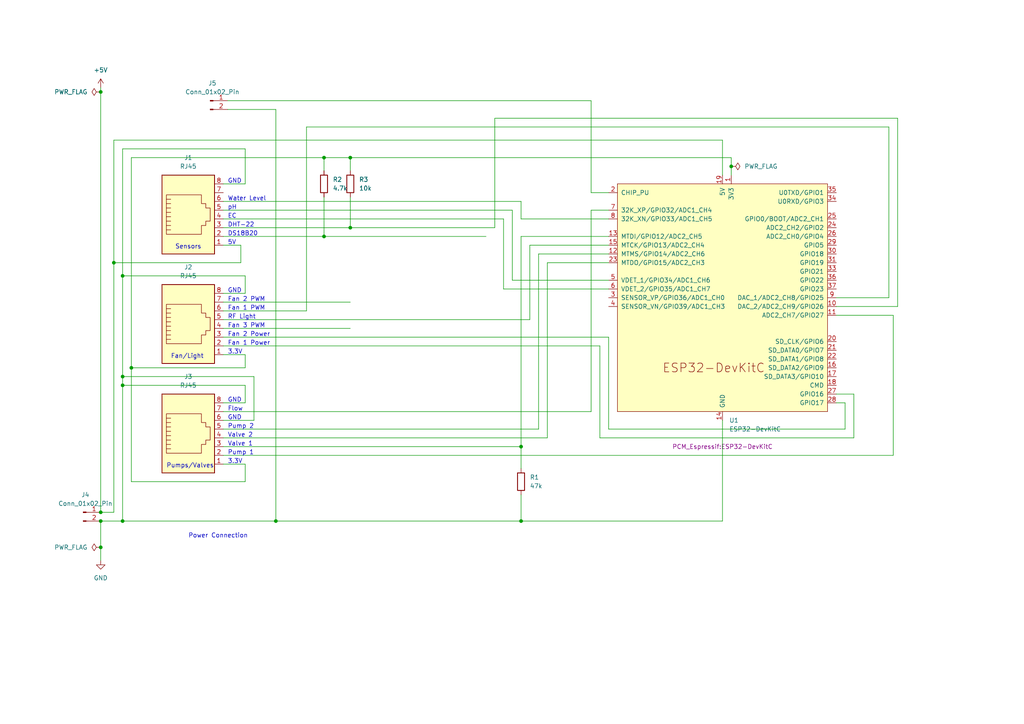
<source format=kicad_sch>
(kicad_sch (version 20230121) (generator eeschema)
  (paper "A4")
  (lib_symbols
    (symbol "Connector:Conn_01x02_Pin" (pin_names (offset 1.016) hide)
      (property "Reference" "J" (at 0 2.54 0))
      (property "Value" "Conn_01x02_Pin" (at 0 -5.08 0))
      (symbol "Conn_01x02_Pin_1_1"
        (polyline (pts (xy 1.27 -2.54) (xy 0.8636 -2.54)) (stroke (width 0.1524)))
        (polyline (pts (xy 1.27 0) (xy 0.8636 0)) (stroke (width 0.1524)))
        (rectangle (start 0.8636 -2.413) (end 0 -2.667) (stroke (width 0.1524)) (fill (type outline)))
        (rectangle (start 0.8636 0.127) (end 0 -0.127) (stroke (width 0.1524)) (fill (type outline)))
        (pin passive line (at 5.08 0 180) (length 3.81) (name "Pin_1") (number "1"))
        (pin passive line (at 5.08 -2.54 180) (length 3.81) (name "Pin_2") (number "2"))
      )
    )
    (symbol "Connector:RJ45" (pin_names (offset 1.016))
      (property "Reference" "J" (at -5.08 13.97 0))
      (property "Value" "RJ45" (at 2.54 13.97 0))
      (symbol "RJ45_0_1"
        (polyline (pts (xy -5.08 4.445) (xy -6.35 4.445)))
        (polyline (pts (xy -5.08 5.715) (xy -6.35 5.715)))
        (polyline (pts (xy -6.35 -3.175) (xy -5.08 -3.175) (xy -5.08 -3.175)))
        (polyline (pts (xy -6.35 -1.905) (xy -5.08 -1.905) (xy -5.08 -1.905)))
        (polyline (pts (xy -6.35 -0.635) (xy -5.08 -0.635) (xy -5.08 -0.635)))
        (polyline (pts (xy -6.35 0.635) (xy -5.08 0.635) (xy -5.08 0.635)))
        (polyline (pts (xy -6.35 1.905) (xy -5.08 1.905) (xy -5.08 1.905)))
        (polyline (pts (xy -5.08 3.175) (xy -6.35 3.175) (xy -6.35 3.175)))
        (polyline (pts (xy -6.35 -4.445) (xy -6.35 6.985) (xy 3.81 6.985) (xy 3.81 4.445) (xy 5.08 4.445) (xy 5.08 3.175) (xy 6.35 3.175) (xy 6.35 -0.635) (xy 5.08 -0.635) (xy 5.08 -1.905) (xy 3.81 -1.905) (xy 3.81 -4.445) (xy -6.35 -4.445) (xy -6.35 -4.445)))
        (rectangle (start 7.62 12.7) (end -7.62 -10.16) (stroke (width 0.254)) (fill (type background)))
      )
      (symbol "RJ45_1_1"
        (pin passive line (at 10.16 -7.62 180) (length 2.54) (name "~") (number "1"))
        (pin passive line (at 10.16 -5.08 180) (length 2.54) (name "~") (number "2"))
        (pin passive line (at 10.16 -2.54 180) (length 2.54) (name "~") (number "3"))
        (pin passive line (at 10.16 0 180) (length 2.54) (name "~") (number "4"))
        (pin passive line (at 10.16 2.54 180) (length 2.54) (name "~") (number "5"))
        (pin passive line (at 10.16 5.08 180) (length 2.54) (name "~") (number "6"))
        (pin passive line (at 10.16 7.62 180) (length 2.54) (name "~") (number "7"))
        (pin passive line (at 10.16 10.16 180) (length 2.54) (name "~") (number "8"))
      )
    )
    (symbol "Device:R" (pin_numbers hide) (pin_names (offset 0))
      (property "Reference" "R" (at 2.032 0 90))
      (property "Value" "R" (at 0 0 90))
      (symbol "R_0_1"
        (rectangle (start -1.016 -2.54) (end 1.016 2.54) (stroke (width 0.254)))
      )
      (symbol "R_1_1"
        (pin passive line (at 0 3.81 270) (length 1.27) (name "~") (number "1"))
        (pin passive line (at 0 -3.81 90) (length 1.27) (name "~") (number "2"))
      )
    )
    (symbol "PCM_Espressif:ESP32-DevKitC" (pin_names (offset 1.016))
      (property "Reference" "U" (at -30.48 38.1 0))
      (property "Value" "ESP32-DevKitC" (at -30.48 35.56 0))
      (symbol "ESP32-DevKitC_0_0"
        (text "ESP32-DevKitC" (at -2.54 -20.32 0) (effects (font (size 2.54 2.54))))
        (pin power_in line (at 0 -35.56 90) (length 2.54) (name "GND") (number "14"))
        (pin power_in line (at 0 35.56 270) (length 2.54) (name "5V") (number "19"))
      )
      (symbol "ESP32-DevKitC_0_1"
        (rectangle (start -30.48 33.02) (end 30.48 -33.02) (fill (type background)))
      )
      (symbol "ESP32-DevKitC_1_1"
        (pin power_in line (at 2.54 35.56 270) (length 2.54) (name "3V3") (number "1"))
        (pin bidirectional line (at 33.02 -2.54 180) (length 2.54) (name "DAC_2/ADC2_CH9/GPIO26") (number "10"))
        (pin bidirectional line (at 33.02 -5.08 180) (length 2.54) (name "ADC2_CH7/GPIO27") (number "11"))
        (pin bidirectional line (at -33.02 12.7 0) (length 2.54) (name "MTMS/GPIO14/ADC2_CH6") (number "12"))
        (pin bidirectional line (at -33.02 17.78 0) (length 2.54) (name "MTDI/GPIO12/ADC2_CH5") (number "13"))
        (pin bidirectional line (at -33.02 15.24 0) (length 2.54) (name "MTCK/GPIO13/ADC2_CH4") (number "15"))
        (pin bidirectional line (at 33.02 -20.32 180) (length 2.54) (name "SD_DATA2/GPIO9") (number "16"))
        (pin bidirectional line (at 33.02 -22.86 180) (length 2.54) (name "SD_DATA3/GPIO10") (number "17"))
        (pin bidirectional line (at 33.02 -25.4 180) (length 2.54) (name "CMD") (number "18"))
        (pin input line (at -33.02 30.48 0) (length 2.54) (name "CHIP_PU") (number "2"))
        (pin bidirectional line (at 33.02 -12.7 180) (length 2.54) (name "SD_CLK/GPIO6") (number "20"))
        (pin bidirectional line (at 33.02 -15.24 180) (length 2.54) (name "SD_DATA0/GPIO7") (number "21"))
        (pin bidirectional line (at 33.02 -17.78 180) (length 2.54) (name "SD_DATA1/GPIO8") (number "22"))
        (pin bidirectional line (at -33.02 10.16 0) (length 2.54) (name "MTDO/GPIO15/ADC2_CH3") (number "23"))
        (pin bidirectional line (at 33.02 20.32 180) (length 2.54) (name "ADC2_CH2/GPIO2") (number "24"))
        (pin bidirectional line (at 33.02 22.86 180) (length 2.54) (name "GPIO0/BOOT/ADC2_CH1") (number "25"))
        (pin bidirectional line (at 33.02 17.78 180) (length 2.54) (name "ADC2_CH0/GPIO4") (number "26"))
        (pin bidirectional line (at 33.02 -27.94 180) (length 2.54) (name "GPIO16") (number "27"))
        (pin bidirectional line (at 33.02 -30.48 180) (length 2.54) (name "GPIO17") (number "28"))
        (pin bidirectional line (at 33.02 15.24 180) (length 2.54) (name "GPIO5") (number "29"))
        (pin input line (at -33.02 0 0) (length 2.54) (name "SENSOR_VP/GPIO36/ADC1_CH0") (number "3"))
        (pin bidirectional line (at 33.02 12.7 180) (length 2.54) (name "GPIO18") (number "30"))
        (pin bidirectional line (at 33.02 10.16 180) (length 2.54) (name "GPIO19") (number "31"))
        (pin passive line (at 0 -35.56 90) (length 2.54) hide (name "GND") (number "32"))
        (pin bidirectional line (at 33.02 7.62 180) (length 2.54) (name "GPIO21") (number "33"))
        (pin bidirectional line (at 33.02 27.94 180) (length 2.54) (name "U0RXD/GPIO3") (number "34"))
        (pin bidirectional line (at 33.02 30.48 180) (length 2.54) (name "U0TXD/GPIO1") (number "35"))
        (pin bidirectional line (at 33.02 5.08 180) (length 2.54) (name "GPIO22") (number "36"))
        (pin bidirectional line (at 33.02 2.54 180) (length 2.54) (name "GPIO23") (number "37"))
        (pin passive line (at 0 -35.56 90) (length 2.54) hide (name "GND") (number "38"))
        (pin input line (at -33.02 -2.54 0) (length 2.54) (name "SENSOR_VN/GPIO39/ADC1_CH3") (number "4"))
        (pin input line (at -33.02 5.08 0) (length 2.54) (name "VDET_1/GPIO34/ADC1_CH6") (number "5"))
        (pin input line (at -33.02 2.54 0) (length 2.54) (name "VDET_2/GPIO35/ADC1_CH7") (number "6"))
        (pin bidirectional line (at -33.02 25.4 0) (length 2.54) (name "32K_XP/GPIO32/ADC1_CH4") (number "7"))
        (pin bidirectional line (at -33.02 22.86 0) (length 2.54) (name "32K_XN/GPIO33/ADC1_CH5") (number "8"))
        (pin bidirectional line (at 33.02 0 180) (length 2.54) (name "DAC_1/ADC2_CH8/GPIO25") (number "9"))
      )
    )
    (symbol "power:+5V" (power) (pin_names (offset 0))
      (property "Value" "+5V" (at 0 3.556 0))
      (symbol "+5V_0_1"
        (polyline (pts (xy -0.762 1.27) (xy 0 2.54)))
        (polyline (pts (xy 0 0) (xy 0 2.54)))
        (polyline (pts (xy 0 2.54) (xy 0.762 1.27)))
      )
      (symbol "+5V_1_1"
        (pin power_in line (at 0 0 90) (length 0) hide (name "+5V") (number "1"))
      )
    )
    (symbol "power:GND" (power) (pin_names (offset 0))
      (property "Value" "GND" (at 0 -3.81 0))
      (symbol "GND_0_1"
        (polyline (pts (xy 0 0) (xy 0 -1.27) (xy 1.27 -1.27) (xy 0 -2.54) (xy -1.27 -1.27) (xy 0 -1.27)))
      )
      (symbol "GND_1_1"
        (pin power_in line (at 0 0 270) (length 0) hide (name "GND") (number "1"))
      )
    )
    (symbol "power:PWR_FLAG" (power) (pin_numbers hide) (pin_names (offset 0) hide)
      (property "Value" "PWR_FLAG" (at 0 3.81 0))
      (symbol "PWR_FLAG_0_0"
        (pin power_out line (at 0 0 90) (length 0) (name "pwr") (number "1"))
      )
      (symbol "PWR_FLAG_0_1"
        (polyline (pts (xy 0 0) (xy 0 1.27) (xy -1.016 1.905) (xy 0 2.54) (xy 1.016 1.905) (xy 0 1.27)))
      )
    )
  )
  (junction (at 35.56 80.01))
  (junction (at 33.02 76.2))
  (junction (at 35.56 109.22))
  (junction (at 35.56 151.13))
  (junction (at 101.6 45.72))
  (junction (at 93.98 45.72))
  (junction (at 93.98 68.58))
  (junction (at 80.01 151.13))
  (junction (at 38.1 106.68))
  (junction (at 212.09 48.26))
  (junction (at 35.56 111.76))
  (junction (at 151.13 129.54))
  (junction (at 29.21 148.59))
  (junction (at 101.6 66.04))
  (junction (at 29.21 26.67))
  (junction (at 29.21 158.75))
  (junction (at 29.21 151.13))
  (junction (at 151.13 151.13))
  (wire (pts (xy 64.77 68.58) (xy 93.98 68.58)))
  (wire (pts (xy 33.02 76.2) (xy 33.02 148.59)))
  (wire (pts (xy 93.98 45.72) (xy 93.98 49.53)))
  (wire (pts (xy 64.77 63.5) (xy 146.05 63.5)))
  (wire (pts (xy 151.13 63.5) (xy 151.13 58.42)))
  (wire (pts (xy 176.53 83.82) (xy 146.05 83.82)))
  (wire (pts (xy 35.56 80.01) (xy 35.56 109.22)))
  (wire (pts (xy 242.57 91.44) (xy 259.08 91.44)))
  (wire (pts (xy 93.98 57.15) (xy 93.98 68.58)))
  (wire (pts (xy 101.6 45.72) (xy 93.98 45.72)))
  (wire (pts (xy 257.81 86.36) (xy 257.81 36.83)))
  (wire (pts (xy 209.55 151.13) (xy 151.13 151.13)))
  (wire (pts (xy 171.45 55.88) (xy 176.53 55.88)))
  (wire (pts (xy 69.85 76.2) (xy 69.85 71.12)))
  (wire (pts (xy 64.77 95.25) (xy 101.6 95.25)))
  (wire (pts (xy 212.09 45.72) (xy 212.09 48.26)))
  (wire (pts (xy 29.21 148.59) (xy 33.02 148.59)))
  (wire (pts (xy 29.21 151.13) (xy 35.56 151.13)))
  (wire (pts (xy 64.77 87.63) (xy 101.6 87.63)))
  (wire (pts (xy 151.13 58.42) (xy 64.77 58.42)))
  (wire (pts (xy 209.55 121.92) (xy 209.55 151.13)))
  (wire (pts (xy 171.45 119.38) (xy 64.77 119.38)))
  (wire (pts (xy 71.12 102.87) (xy 64.77 102.87)))
  (wire (pts (xy 101.6 45.72) (xy 101.6 49.53)))
  (wire (pts (xy 101.6 57.15) (xy 101.6 66.04)))
  (wire (pts (xy 38.1 139.7) (xy 71.12 139.7)))
  (wire (pts (xy 156.21 73.66) (xy 156.21 124.46)))
  (wire (pts (xy 38.1 106.68) (xy 38.1 139.7)))
  (wire (pts (xy 71.12 80.01) (xy 71.12 85.09)))
  (wire (pts (xy 80.01 151.13) (xy 151.13 151.13)))
  (wire (pts (xy 66.04 29.21) (xy 171.45 29.21)))
  (wire (pts (xy 29.21 26.67) (xy 29.21 148.59)))
  (wire (pts (xy 242.57 86.36) (xy 257.81 86.36)))
  (wire (pts (xy 153.67 71.12) (xy 176.53 71.12)))
  (wire (pts (xy 143.51 34.29) (xy 260.35 34.29)))
  (wire (pts (xy 176.53 73.66) (xy 156.21 73.66)))
  (wire (pts (xy 143.51 66.04) (xy 143.51 34.29)))
  (wire (pts (xy 153.67 92.71) (xy 153.67 71.12)))
  (wire (pts (xy 260.35 88.9) (xy 242.57 88.9)))
  (wire (pts (xy 73.66 121.92) (xy 64.77 121.92)))
  (wire (pts (xy 33.02 40.64) (xy 33.02 76.2)))
  (wire (pts (xy 176.53 81.28) (xy 148.59 81.28)))
  (wire (pts (xy 242.57 114.3) (xy 247.65 114.3)))
  (wire (pts (xy 245.11 124.46) (xy 245.11 116.84)))
  (wire (pts (xy 259.08 91.44) (xy 259.08 132.08)))
  (wire (pts (xy 71.12 53.34) (xy 64.77 53.34)))
  (wire (pts (xy 71.12 111.76) (xy 71.12 116.84)))
  (wire (pts (xy 158.75 76.2) (xy 158.75 127)))
  (wire (pts (xy 173.99 127) (xy 247.65 127)))
  (wire (pts (xy 151.13 68.58) (xy 151.13 129.54)))
  (wire (pts (xy 71.12 102.87) (xy 71.12 106.68)))
  (wire (pts (xy 35.56 109.22) (xy 73.66 109.22)))
  (wire (pts (xy 212.09 48.26) (xy 212.09 50.8)))
  (wire (pts (xy 151.13 143.51) (xy 151.13 151.13)))
  (wire (pts (xy 33.02 76.2) (xy 69.85 76.2)))
  (wire (pts (xy 71.12 85.09) (xy 64.77 85.09)))
  (wire (pts (xy 148.59 81.28) (xy 148.59 60.96)))
  (wire (pts (xy 93.98 45.72) (xy 38.1 45.72)))
  (wire (pts (xy 247.65 127) (xy 247.65 114.3)))
  (wire (pts (xy 176.53 60.96) (xy 171.45 60.96)))
  (wire (pts (xy 101.6 66.04) (xy 143.51 66.04)))
  (wire (pts (xy 35.56 80.01) (xy 71.12 80.01)))
  (wire (pts (xy 38.1 45.72) (xy 38.1 106.68)))
  (wire (pts (xy 64.77 92.71) (xy 153.67 92.71)))
  (wire (pts (xy 38.1 106.68) (xy 71.12 106.68)))
  (wire (pts (xy 35.56 111.76) (xy 35.56 151.13)))
  (wire (pts (xy 257.81 36.83) (xy 88.9 36.83)))
  (wire (pts (xy 173.99 100.33) (xy 173.99 127)))
  (wire (pts (xy 69.85 71.12) (xy 64.77 71.12)))
  (wire (pts (xy 93.98 68.58) (xy 140.97 68.58)))
  (wire (pts (xy 35.56 151.13) (xy 80.01 151.13)))
  (wire (pts (xy 64.77 129.54) (xy 151.13 129.54)))
  (wire (pts (xy 158.75 127) (xy 64.77 127)))
  (wire (pts (xy 80.01 31.75) (xy 80.01 151.13)))
  (wire (pts (xy 176.53 63.5) (xy 151.13 63.5)))
  (wire (pts (xy 176.53 97.79) (xy 176.53 124.46)))
  (wire (pts (xy 71.12 116.84) (xy 64.77 116.84)))
  (wire (pts (xy 171.45 60.96) (xy 171.45 119.38)))
  (wire (pts (xy 176.53 68.58) (xy 151.13 68.58)))
  (wire (pts (xy 260.35 34.29) (xy 260.35 88.9)))
  (wire (pts (xy 29.21 25.4) (xy 29.21 26.67)))
  (wire (pts (xy 64.77 66.04) (xy 101.6 66.04)))
  (wire (pts (xy 176.53 124.46) (xy 245.11 124.46)))
  (wire (pts (xy 88.9 36.83) (xy 88.9 90.17)))
  (wire (pts (xy 29.21 151.13) (xy 29.21 158.75)))
  (wire (pts (xy 29.21 158.75) (xy 29.21 162.56)))
  (wire (pts (xy 73.66 109.22) (xy 73.66 121.92)))
  (wire (pts (xy 64.77 97.79) (xy 176.53 97.79)))
  (wire (pts (xy 71.12 134.62) (xy 64.77 134.62)))
  (wire (pts (xy 151.13 129.54) (xy 151.13 135.89)))
  (wire (pts (xy 209.55 40.64) (xy 209.55 50.8)))
  (wire (pts (xy 88.9 90.17) (xy 64.77 90.17)))
  (wire (pts (xy 156.21 124.46) (xy 64.77 124.46)))
  (wire (pts (xy 33.02 40.64) (xy 209.55 40.64)))
  (wire (pts (xy 35.56 111.76) (xy 71.12 111.76)))
  (wire (pts (xy 35.56 43.18) (xy 71.12 43.18)))
  (wire (pts (xy 245.11 116.84) (xy 242.57 116.84)))
  (wire (pts (xy 171.45 29.21) (xy 171.45 55.88)))
  (wire (pts (xy 176.53 76.2) (xy 158.75 76.2)))
  (wire (pts (xy 64.77 132.08) (xy 259.08 132.08)))
  (wire (pts (xy 35.56 43.18) (xy 35.56 80.01)))
  (wire (pts (xy 212.09 45.72) (xy 101.6 45.72)))
  (wire (pts (xy 64.77 60.96) (xy 148.59 60.96)))
  (wire (pts (xy 71.12 139.7) (xy 71.12 134.62)))
  (wire (pts (xy 146.05 83.82) (xy 146.05 63.5)))
  (wire (pts (xy 71.12 43.18) (xy 71.12 53.34)))
  (wire (pts (xy 35.56 109.22) (xy 35.56 111.76)))
  (wire (pts (xy 66.04 31.75) (xy 80.01 31.75)))
  (wire (pts (xy 64.77 100.33) (xy 173.99 100.33)))
  (text "GND" (at 66.04 85.09 0) (effects (font (size 1.27 1.27)) (justify left bottom)))
  (text "3.3V" (at 66.04 102.87 0) (effects (font (size 1.27 1.27)) (justify left bottom)))
  (text "DHT-22" (at 66.04 66.04 0) (effects (font (size 1.27 1.27)) (justify left bottom)))
  (text "Flow" (at 66.04 119.38 0) (effects (font (size 1.27 1.27)) (justify left bottom)))
  (text "Valve 1" (at 66.04 129.54 0) (effects (font (size 1.27 1.27)) (justify left bottom)))
  (text "Fan 2 Power" (at 66.04 97.79 0) (effects (font (size 1.27 1.27)) (justify left bottom)))
  (text "GND" (at 66.04 116.84 0) (effects (font (size 1.27 1.27)) (justify left bottom)))
  (text "Pump 1" (at 66.04 132.08 0) (effects (font (size 1.27 1.27)) (justify left bottom)))
  (text "Valve 2" (at 66.04 127 0) (effects (font (size 1.27 1.27)) (justify left bottom)))
  (text "Fan/Light" (at 49.53 104.14 0) (effects (font (size 1.27 1.27)) (justify left bottom)))
  (text "Power Connection" (at 54.61 156.21 0) (effects (font (size 1.27 1.27)) (justify left bottom)))
  (text "GND" (at 66.04 53.34 0) (effects (font (size 1.27 1.27)) (justify left bottom)))
  (text "Water Level" (at 66.04 58.42 0) (effects (font (size 1.27 1.27)) (justify left bottom)))
  (text "3.3V" (at 66.04 134.62 0) (effects (font (size 1.27 1.27)) (justify left bottom)))
  (text "RF Light" (at 66.04 92.71 0) (effects (font (size 1.27 1.27)) (justify left bottom)))
  (text "5V" (at 66.04 71.12 0) (effects (font (size 1.27 1.27)) (justify left bottom)))
  (text "EC" (at 66.04 63.5 0) (effects (font (size 1.27 1.27)) (justify left bottom)))
  (text "Fan 1 Power" (at 66.04 100.33 0) (effects (font (size 1.27 1.27)) (justify left bottom)))
  (text "Fan 3 PWM" (at 66.04 95.25 0) (effects (font (size 1.27 1.27)) (justify left bottom)))
  (text "GND" (at 66.04 121.92 0) (effects (font (size 1.27 1.27)) (justify left bottom)))
  (text "pH" (at 66.04 60.96 0) (effects (font (size 1.27 1.27)) (justify left bottom)))
  (text "DS18B20" (at 66.04 68.58 0) (effects (font (size 1.27 1.27)) (justify left bottom)))
  (text "Fan 1 PWM" (at 66.04 90.17 0) (effects (font (size 1.27 1.27)) (justify left bottom)))
  (text "Pump 2" (at 66.04 124.46 0) (effects (font (size 1.27 1.27)) (justify left bottom)))
  (text "Fan 2 PWM" (at 66.04 87.63 0) (effects (font (size 1.27 1.27)) (justify left bottom)))
  (text "Sensors" (at 50.8 72.39 0) (effects (font (size 1.27 1.27)) (justify left bottom)))
  (text "Pumps/Valves" (at 48.26 135.89 0) (effects (font (size 1.27 1.27)) (justify left bottom)))
  (symbol (lib_id "Device:R") (at 101.6 53.34 0) (unit 1)
    (property "Reference" "R3" (at 104.14 52.07 0) (effects (justify left)))
    (property "Value" "10k" (at 104.14 54.61 0) (effects (justify left)))
    (property "Footprint" "Resistor_THT:R_Axial_DIN0204_L3.6mm_D1.6mm_P1.90mm_Vertical" (effects hide))
  )
  (symbol (lib_id "Connector:Conn_01x02_Pin") (at 60.96 29.21 0) (unit 1)
    (property "Reference" "J5" (at 61.595 24.13 0))
    (property "Value" "Conn_01x02_Pin" (at 61.595 26.67 0))
    (property "Footprint" "Connector_JST:JST_XH_B2B-XH-A_1x02_P2.50mm_Vertical" (effects hide))
  )
  (symbol (lib_id "power:GND") (at 29.21 162.56 0) (unit 1)
    (property "Reference" "#PWR01" (effects hide))
    (property "Value" "GND" (at 29.21 167.64 0))
  )
  (symbol (lib_id "Connector:RJ45") (at 54.61 127 0) (unit 1)
    (property "Reference" "J3" (at 54.61 109.22 0))
    (property "Value" "RJ45" (at 54.61 111.76 0))
    (property "Footprint" "Connector_RJ:RJ45_Amphenol_54602-x08_Horizontal" (effects hide))
  )
  (symbol (lib_id "Device:R") (at 93.98 53.34 0) (unit 1)
    (property "Reference" "R2" (at 96.52 52.07 0) (effects (justify left)))
    (property "Value" "4.7k" (at 96.52 54.61 0) (effects (justify left)))
    (property "Footprint" "Resistor_THT:R_Axial_DIN0204_L3.6mm_D1.6mm_P1.90mm_Vertical" (effects hide))
  )
  (symbol (lib_id "power:PWR_FLAG") (at 29.21 26.67 90) (unit 1)
    (property "Reference" "#FLG02" (effects hide))
    (property "Value" "PWR_FLAG" (at 25.4 26.67 90) (effects (justify left)))
  )
  (symbol (lib_id "Connector:RJ45") (at 54.61 95.25 0) (unit 1)
    (property "Reference" "J2" (at 54.61 77.47 0))
    (property "Value" "RJ45" (at 54.61 80.01 0))
    (property "Footprint" "Connector_RJ:RJ45_Amphenol_54602-x08_Horizontal" (effects hide))
  )
  (symbol (lib_id "Connector:Conn_01x02_Pin") (at 24.13 148.59 0) (unit 1)
    (property "Reference" "J4" (at 24.765 143.51 0))
    (property "Value" "Conn_01x02_Pin" (at 24.765 146.05 0))
    (property "Footprint" "Connector_JST:JST_XH_B2B-XH-A_1x02_P2.50mm_Vertical" (effects hide))
  )
  (symbol (lib_id "power:PWR_FLAG") (at 29.21 158.75 90) (unit 1)
    (property "Reference" "#FLG01" (effects hide))
    (property "Value" "PWR_FLAG" (at 25.4 158.75 90) (effects (justify left)))
  )
  (symbol (lib_id "Device:R") (at 151.13 139.7 0) (unit 1)
    (property "Reference" "R1" (at 153.67 138.43 0) (effects (justify left)))
    (property "Value" "47k" (at 153.67 140.97 0) (effects (justify left)))
    (property "Footprint" "Resistor_THT:R_Axial_DIN0204_L3.6mm_D1.6mm_P1.90mm_Vertical" (effects hide))
  )
  (symbol (lib_id "PCM_Espressif:ESP32-DevKitC") (at 209.55 86.36 0) (unit 1)
    (property "Reference" "U1" (at 211.5059 121.92 0) (effects (justify left)))
    (property "Value" "ESP32-DevKitC" (at 211.5059 124.46 0) (effects (justify left)))
    (property "Footprint" "PCM_Espressif:ESP32-DevKitC" (at 209.55 129.54 0))
    (property "Datasheet" "https://docs.espressif.com/projects/esp-idf/zh_CN/latest/esp32/hw-reference/esp32/get-started-devkitc.html" (effects hide))
  )
  (symbol (lib_id "Connector:RJ45") (at 54.61 63.5 0) (unit 1)
    (property "Reference" "J1" (at 54.61 45.72 0))
    (property "Value" "RJ45" (at 54.61 48.26 0))
    (property "Footprint" "Connector_RJ:RJ45_Amphenol_54602-x08_Horizontal" (effects hide))
  )
  (symbol (lib_id "power:PWR_FLAG") (at 212.09 48.26 270) (mirror x) (unit 1)
    (property "Reference" "#FLG03" (effects hide))
    (property "Value" "PWR_FLAG" (at 215.9 48.26 90) (effects (justify left)))
  )
  (symbol (lib_id "power:+5V") (at 29.21 25.4 0) (unit 1)
    (property "Reference" "#PWR02" (effects hide))
    (property "Value" "+5V" (at 29.21 20.32 0))
  )
)
</source>
